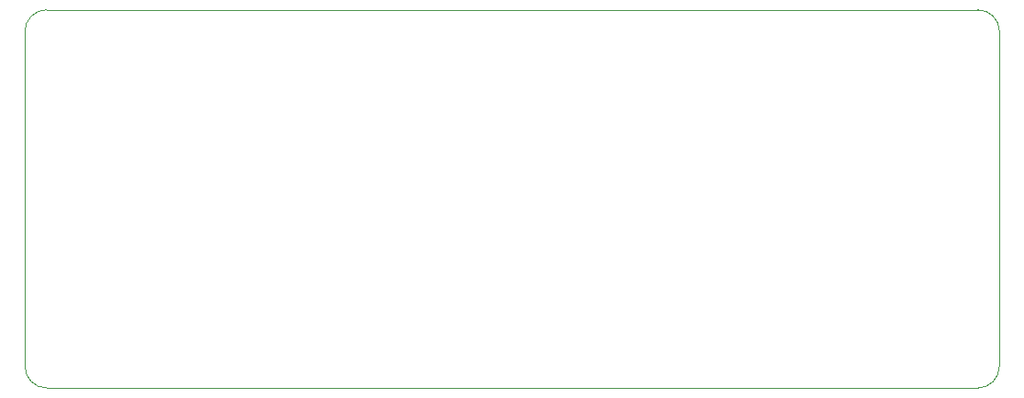
<source format=gbr>
%TF.GenerationSoftware,KiCad,Pcbnew,7.0.2*%
%TF.CreationDate,2023-06-23T11:00:42+02:00*%
%TF.ProjectId,DA_01_0V2_Smart_Battery_Charger,44415f30-315f-4305-9632-5f536d617274,rev?*%
%TF.SameCoordinates,Original*%
%TF.FileFunction,Profile,NP*%
%FSLAX46Y46*%
G04 Gerber Fmt 4.6, Leading zero omitted, Abs format (unit mm)*
G04 Created by KiCad (PCBNEW 7.0.2) date 2023-06-23 11:00:42*
%MOMM*%
%LPD*%
G01*
G04 APERTURE LIST*
%TA.AperFunction,Profile*%
%ADD10C,0.100000*%
%TD*%
G04 APERTURE END LIST*
D10*
X188000000Y-100000000D02*
G75*
G03*
X190000000Y-98000000I0J2000000D01*
G01*
X100000000Y-98000000D02*
X100000000Y-67000000D01*
X190000000Y-67000000D02*
G75*
G03*
X188000000Y-65000000I-2000000J0D01*
G01*
X102000000Y-65000000D02*
G75*
G03*
X100000000Y-67000000I0J-2000000D01*
G01*
X188000000Y-100000000D02*
X102000000Y-100000000D01*
X190000000Y-67000000D02*
X190000000Y-98000000D01*
X100000000Y-98000000D02*
G75*
G03*
X102000000Y-100000000I2000000J0D01*
G01*
X102000000Y-65000000D02*
X188000000Y-65000000D01*
M02*

</source>
